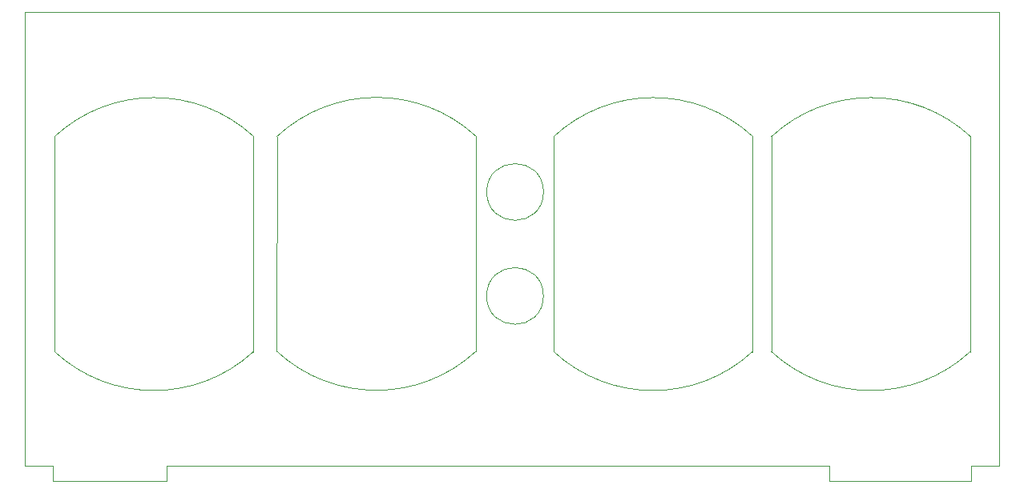
<source format=gbr>
G04 #@! TF.GenerationSoftware,KiCad,Pcbnew,(6.0.0)*
G04 #@! TF.CreationDate,2022-12-26T00:40:54+03:00*
G04 #@! TF.ProjectId,front panel,66726f6e-7420-4706-916e-656c2e6b6963,rev?*
G04 #@! TF.SameCoordinates,Original*
G04 #@! TF.FileFunction,Profile,NP*
%FSLAX46Y46*%
G04 Gerber Fmt 4.6, Leading zero omitted, Abs format (unit mm)*
G04 Created by KiCad (PCBNEW (6.0.0)) date 2022-12-26 00:40:54*
%MOMM*%
%LPD*%
G01*
G04 APERTURE LIST*
G04 #@! TA.AperFunction,Profile*
%ADD10C,0.050000*%
G04 #@! TD*
G04 APERTURE END LIST*
D10*
X108600000Y-100000000D02*
X108600000Y-52000000D01*
X135252718Y-65152927D02*
X135250000Y-87880000D01*
X156261248Y-87906533D02*
X156270000Y-65100000D01*
X135250001Y-87879999D02*
G75*
G03*
X156261248Y-87906533I10519999J11370001D01*
G01*
X156269999Y-65100001D02*
G75*
G03*
X135252718Y-65152927I-10480000J-11399999D01*
G01*
X187502718Y-65172927D02*
X187500000Y-87900000D01*
X208519999Y-65120001D02*
G75*
G03*
X187502718Y-65172927I-10480000J-11399999D01*
G01*
X208511248Y-87926533D02*
X208520000Y-65120000D01*
X187500001Y-87899999D02*
G75*
G03*
X208511248Y-87926533I10519999J11370001D01*
G01*
X163430000Y-71020000D02*
G75*
G03*
X163430000Y-71020000I-3000000J0D01*
G01*
X210000000Y-52000000D02*
X211600000Y-52000000D01*
X108600000Y-52000000D02*
X110200000Y-52000000D01*
X123600000Y-100000000D02*
X193600000Y-100000000D01*
X111752718Y-65172927D02*
X111750000Y-87900000D01*
X211600000Y-99000000D02*
X211600000Y-100000000D01*
X208600000Y-100000000D02*
X208600000Y-101600000D01*
X111750001Y-87899999D02*
G75*
G03*
X132761248Y-87926533I10519999J11370001D01*
G01*
X132769999Y-65120001D02*
G75*
G03*
X111752718Y-65172927I-10480000J-11399999D01*
G01*
X164490001Y-87899999D02*
G75*
G03*
X185501248Y-87926533I10519999J11370001D01*
G01*
X208600000Y-101600000D02*
X193600000Y-101600000D01*
X111600000Y-101600000D02*
X123600000Y-101600000D01*
X110200000Y-52000000D02*
X210000000Y-52000000D01*
X185501248Y-87926533D02*
X185510000Y-65120000D01*
X111600000Y-100000000D02*
X111600000Y-101600000D01*
X185509999Y-65120001D02*
G75*
G03*
X164492718Y-65172927I-10480000J-11399999D01*
G01*
X193600000Y-101600000D02*
X193600000Y-100000000D01*
X164492718Y-65172927D02*
X164490000Y-87900000D01*
X211600000Y-100000000D02*
X208600000Y-100000000D01*
X163420000Y-82020000D02*
G75*
G03*
X163420000Y-82020000I-3000000J0D01*
G01*
X108600000Y-100000000D02*
X111600000Y-100000000D01*
X123600000Y-101600000D02*
X123600000Y-100000000D01*
X211600000Y-52000000D02*
X211600000Y-99000000D01*
X132761248Y-87926533D02*
X132770000Y-65120000D01*
M02*

</source>
